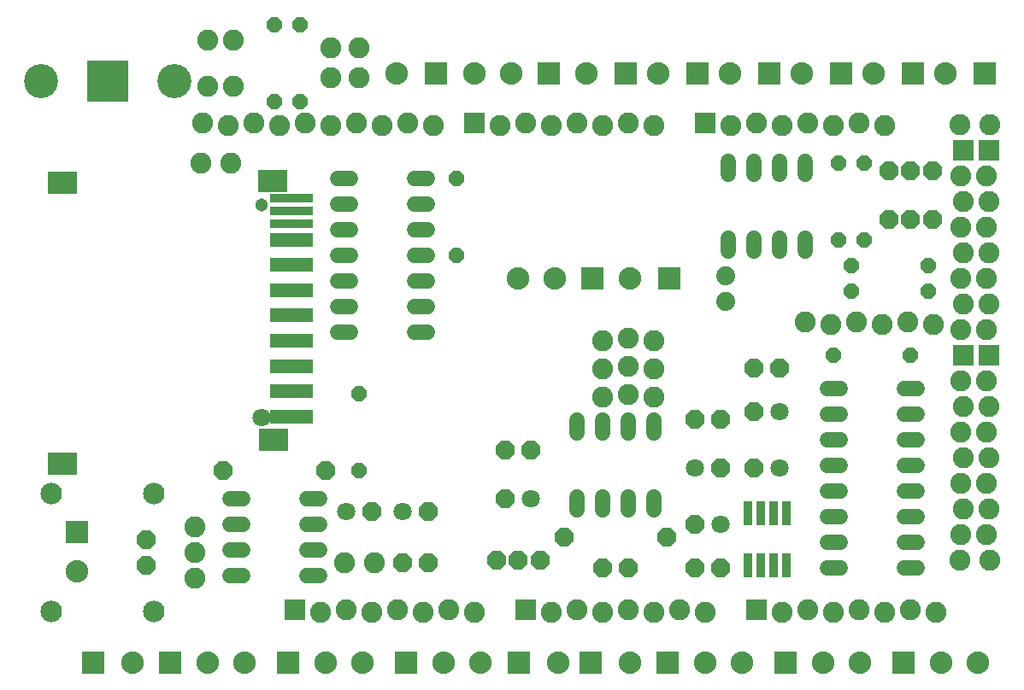
<source format=gts>
G75*
G70*
%OFA0B0*%
%FSLAX24Y24*%
%IPPOS*%
%LPD*%
%AMOC8*
5,1,8,0,0,1.08239X$1,22.5*
%
%ADD10C,0.0820*%
%ADD11R,0.0820X0.0820*%
%ADD12R,0.1182X0.0867*%
%ADD13R,0.1655X0.0356*%
%ADD14R,0.1655X0.0552*%
%ADD15C,0.0513*%
%ADD16C,0.0710*%
%ADD17C,0.0600*%
%ADD18OC8,0.0600*%
%ADD19C,0.0740*%
%ADD20R,0.1640X0.1640*%
%ADD21C,0.1330*%
%ADD22R,0.0880X0.0880*%
%ADD23C,0.0880*%
%ADD24OC8,0.0740*%
%ADD25OC8,0.0710*%
%ADD26C,0.0710*%
%ADD27R,0.0320X0.0950*%
%ADD28C,0.0840*%
D10*
X007260Y005950D03*
X007260Y006950D03*
X007260Y007950D03*
X012160Y004600D03*
X013160Y004700D03*
X014160Y004600D03*
X015160Y004700D03*
X016160Y004600D03*
X017160Y004700D03*
X018160Y004600D03*
X021160Y004600D03*
X022160Y004700D03*
X023160Y004600D03*
X024160Y004700D03*
X025160Y004600D03*
X026160Y004700D03*
X027160Y004600D03*
X030160Y004600D03*
X031160Y004700D03*
X032160Y004600D03*
X033160Y004700D03*
X034160Y004600D03*
X035160Y004700D03*
X036160Y004600D03*
X037090Y006650D03*
X038230Y006650D03*
X038110Y007650D03*
X037110Y007650D03*
X037210Y008650D03*
X038210Y008650D03*
X038110Y009650D03*
X037110Y009650D03*
X037210Y010650D03*
X038210Y010650D03*
X038110Y011650D03*
X037110Y011650D03*
X037210Y012650D03*
X038210Y012650D03*
X038110Y013650D03*
X037110Y013650D03*
X037110Y015650D03*
X038110Y015650D03*
X038210Y016650D03*
X037210Y016650D03*
X036060Y015850D03*
X035060Y015950D03*
X034060Y015850D03*
X033060Y015950D03*
X032060Y015850D03*
X031060Y015950D03*
X025160Y015200D03*
X024160Y015300D03*
X023160Y015200D03*
X023160Y014100D03*
X024160Y014200D03*
X025160Y014100D03*
X024160Y013100D03*
X023160Y013000D03*
X025160Y013000D03*
X014230Y006550D03*
X013090Y006550D03*
X008630Y022150D03*
X007490Y022150D03*
X008560Y023600D03*
X007560Y023700D03*
X007760Y025150D03*
X008760Y025150D03*
X009560Y023700D03*
X010560Y023600D03*
X011560Y023700D03*
X012560Y023600D03*
X013560Y023700D03*
X014560Y023600D03*
X015560Y023700D03*
X016560Y023600D03*
X019160Y023600D03*
X020160Y023700D03*
X021160Y023600D03*
X022160Y023700D03*
X023160Y023600D03*
X024160Y023700D03*
X025160Y023600D03*
X028160Y023600D03*
X029160Y023700D03*
X030160Y023600D03*
X031160Y023700D03*
X032160Y023600D03*
X033160Y023700D03*
X034160Y023600D03*
X037090Y023650D03*
X038230Y023650D03*
X038110Y021650D03*
X037110Y021650D03*
X037210Y020650D03*
X038210Y020650D03*
X038110Y019650D03*
X037110Y019650D03*
X037210Y018650D03*
X038210Y018650D03*
X038110Y017650D03*
X037110Y017650D03*
X013660Y025480D03*
X012560Y025480D03*
X012560Y026620D03*
X013660Y026620D03*
X008760Y026950D03*
X007760Y026950D03*
D11*
X018160Y023700D03*
X027160Y023700D03*
X037210Y022650D03*
X038210Y022650D03*
X038210Y014650D03*
X037210Y014650D03*
X029160Y004700D03*
X020160Y004700D03*
X011160Y004700D03*
D12*
X010306Y011344D03*
X002077Y010399D03*
X002077Y021383D03*
X010266Y021422D03*
D13*
X011014Y020753D03*
X011014Y020281D03*
X011014Y019769D03*
D14*
X011014Y019139D03*
X011014Y018155D03*
X011014Y017170D03*
X011014Y016186D03*
X011014Y015202D03*
X011014Y014218D03*
X011014Y013233D03*
X011014Y012249D03*
D15*
X009833Y020517D03*
D16*
X009833Y012210D03*
D17*
X009120Y009050D02*
X008600Y009050D01*
X008600Y008050D02*
X009120Y008050D01*
X009120Y007050D02*
X008600Y007050D01*
X008600Y006050D02*
X009120Y006050D01*
X011600Y006050D02*
X012120Y006050D01*
X012120Y007050D02*
X011600Y007050D01*
X011600Y008050D02*
X012120Y008050D01*
X012120Y009050D02*
X011600Y009050D01*
X012800Y015550D02*
X013320Y015550D01*
X013320Y016550D02*
X012800Y016550D01*
X012800Y017550D02*
X013320Y017550D01*
X013320Y018550D02*
X012800Y018550D01*
X012800Y019550D02*
X013320Y019550D01*
X013320Y020550D02*
X012800Y020550D01*
X012800Y021550D02*
X013320Y021550D01*
X015800Y021550D02*
X016320Y021550D01*
X016320Y020550D02*
X015800Y020550D01*
X015800Y019550D02*
X016320Y019550D01*
X016320Y018550D02*
X015800Y018550D01*
X015800Y017550D02*
X016320Y017550D01*
X016320Y016550D02*
X015800Y016550D01*
X015800Y015550D02*
X016320Y015550D01*
X022160Y012110D02*
X022160Y011590D01*
X023160Y011590D02*
X023160Y012110D01*
X024160Y012110D02*
X024160Y011590D01*
X025160Y011590D02*
X025160Y012110D01*
X025160Y009110D02*
X025160Y008590D01*
X024160Y008590D02*
X024160Y009110D01*
X023160Y009110D02*
X023160Y008590D01*
X022160Y008590D02*
X022160Y009110D01*
X031900Y009350D02*
X032420Y009350D01*
X032420Y008350D02*
X031900Y008350D01*
X031900Y007350D02*
X032420Y007350D01*
X032420Y006350D02*
X031900Y006350D01*
X034900Y006350D02*
X035420Y006350D01*
X035420Y007350D02*
X034900Y007350D01*
X034900Y008350D02*
X035420Y008350D01*
X035420Y009350D02*
X034900Y009350D01*
X034900Y010350D02*
X035420Y010350D01*
X035420Y011350D02*
X034900Y011350D01*
X034900Y012350D02*
X035420Y012350D01*
X035420Y013350D02*
X034900Y013350D01*
X032420Y013350D02*
X031900Y013350D01*
X031900Y012350D02*
X032420Y012350D01*
X032420Y011350D02*
X031900Y011350D01*
X031900Y010350D02*
X032420Y010350D01*
X031060Y018690D02*
X031060Y019210D01*
X030060Y019210D02*
X030060Y018690D01*
X029060Y018690D02*
X029060Y019210D01*
X028060Y019210D02*
X028060Y018690D01*
X028060Y021690D02*
X028060Y022210D01*
X029060Y022210D02*
X029060Y021690D01*
X030060Y021690D02*
X030060Y022210D01*
X031060Y022210D02*
X031060Y021690D01*
D18*
X032360Y022150D03*
X033360Y022150D03*
X033360Y019150D03*
X032360Y019150D03*
X032860Y018150D03*
X032860Y017150D03*
X032160Y014650D03*
X035160Y014650D03*
X035860Y017150D03*
X035860Y018150D03*
X017460Y018550D03*
X017460Y021550D03*
X011360Y024550D03*
X010360Y024550D03*
X010360Y027550D03*
X011360Y027550D03*
X013660Y013150D03*
X013660Y010150D03*
D19*
X027960Y016750D03*
X027960Y017750D03*
D20*
X003860Y025350D03*
D21*
X001260Y025350D03*
X006460Y025350D03*
D22*
X003290Y002650D03*
X006290Y002650D03*
X010890Y002650D03*
X015490Y002650D03*
X019890Y002650D03*
X022690Y002650D03*
X025690Y002650D03*
X030290Y002650D03*
X034890Y002650D03*
X025730Y017650D03*
X022730Y017650D03*
X024030Y025650D03*
X026830Y025650D03*
X029630Y025650D03*
X032430Y025650D03*
X035230Y025650D03*
X038030Y025650D03*
X021030Y025650D03*
X016630Y025650D03*
X002660Y007720D03*
D23*
X002660Y006202D03*
X004808Y002650D03*
X007738Y002650D03*
X009186Y002650D03*
X012338Y002650D03*
X013786Y002650D03*
X016938Y002650D03*
X018386Y002650D03*
X021408Y002650D03*
X024208Y002650D03*
X027138Y002650D03*
X028586Y002650D03*
X031738Y002650D03*
X033186Y002650D03*
X036338Y002650D03*
X037786Y002650D03*
X024212Y017650D03*
X021282Y017650D03*
X019834Y017650D03*
X019582Y025650D03*
X018134Y025650D03*
X015112Y025650D03*
X022512Y025650D03*
X025312Y025650D03*
X028112Y025650D03*
X030912Y025650D03*
X033712Y025650D03*
X036512Y025650D03*
D24*
X036010Y021850D03*
X035160Y021850D03*
X034310Y021850D03*
X034310Y019950D03*
X035160Y019950D03*
X036010Y019950D03*
X030060Y014150D03*
X029060Y014150D03*
X027760Y012150D03*
X026760Y012150D03*
X025660Y007550D03*
X026760Y006350D03*
X027760Y006350D03*
X024160Y006350D03*
X023160Y006350D03*
X021660Y007550D03*
X020710Y006650D03*
X019860Y006650D03*
X019010Y006650D03*
X016360Y006550D03*
X015360Y006550D03*
X012360Y010150D03*
X008360Y010150D03*
X005360Y007450D03*
X005360Y006450D03*
X019360Y010950D03*
X020360Y010950D03*
D25*
X019360Y009050D03*
X016360Y008550D03*
X014160Y008550D03*
X026760Y008050D03*
X027760Y010250D03*
X029060Y010250D03*
X029060Y012450D03*
D26*
X030060Y012450D03*
X030060Y010250D03*
X027760Y008050D03*
X026760Y010250D03*
X020360Y009050D03*
X015360Y008550D03*
X013160Y008550D03*
D27*
X028810Y008480D03*
X029310Y008480D03*
X029810Y008480D03*
X030310Y008480D03*
X030310Y006420D03*
X029810Y006420D03*
X029310Y006420D03*
X028810Y006420D03*
D28*
X005660Y004650D03*
X001660Y004650D03*
X001660Y009250D03*
X005660Y009250D03*
M02*

</source>
